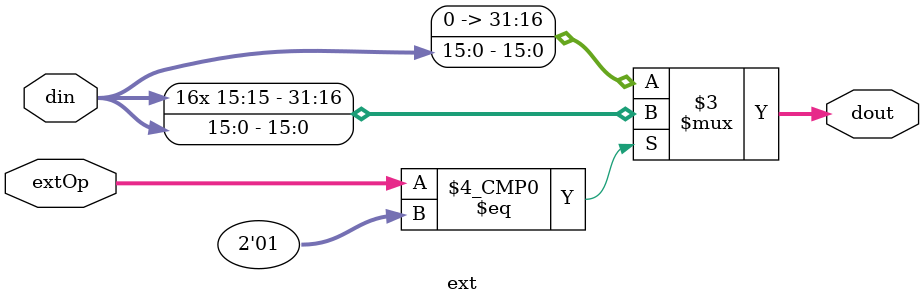
<source format=v>
module ext #(parameter WIDTH = 16)(din, extOp, dout);
    input       [1:0]			extOp;
    input       [WIDTH - 1:0]	din;
	output reg  [31:0]			dout;

    always @ ( * ) begin
        case (extOp)
			2'b00: dout = {{(32 - WIDTH){1'b0}}, din};// Logical Cal;
            2'b01: dout = {{(32 - WIDTH){din[WIDTH - 1]}}, din};// Arithmetic Cal;
			default: dout = din;
        endcase
    end
endmodule // Extender;

</source>
